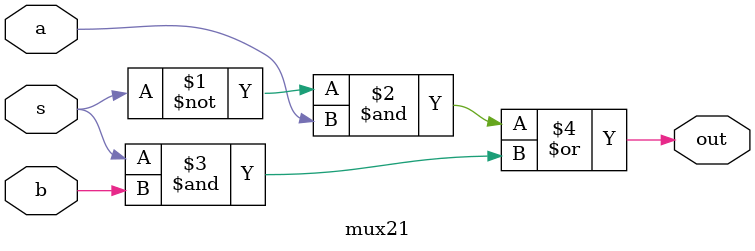
<source format=v>
`timescale 1ns/1ps

module mux21(a, b, s, out);
input a, b, s;
output out;
assign out = (((~s) & a) | (s & b));
endmodule

</source>
